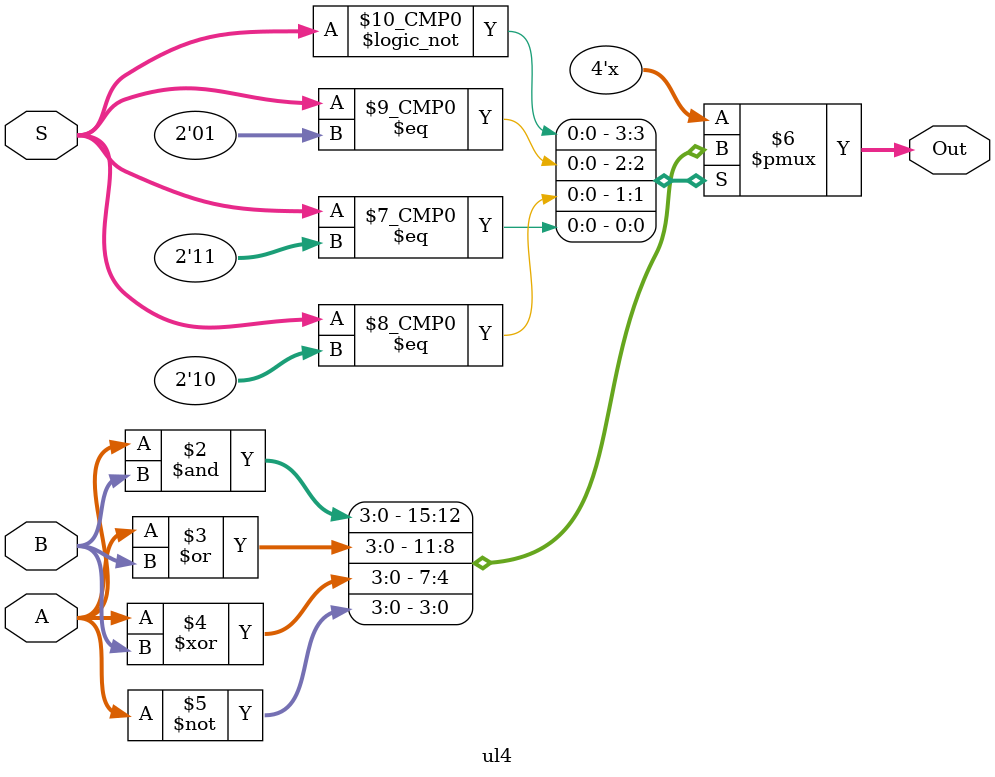
<source format=v>
module ul4(output reg[3:0] Out, input wire[3:0] A, input wire[3:0] B, input wire [1:0] S);//unidad logica estructural

//uso dos cl para hacer toda la estructural

 /*  cl cl1 (Out[0], A[0], B[0], S);
  cl cl2 (Out[1], A[1], B[1], S);
  cl cl3 (Out[2], A[2], B[2], S);
  cl cl4 (Out[3], A[3], B[3], S);
  */
always @(*)
begin
    case (S)
        2'b00: Out = A & B;
        2'b01: Out = A | B;
        2'b10: Out = A ^ B;
        2'b11: Out = ~A;
    endcase
end


endmodule
</source>
